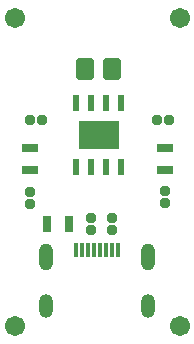
<source format=gts>
G04*
G04 #@! TF.GenerationSoftware,Altium Limited,Altium Designer,24.2.2 (26)*
G04*
G04 Layer_Color=8388736*
%FSLAX44Y44*%
%MOMM*%
G71*
G04*
G04 #@! TF.SameCoordinates,EEB9E67A-43F7-4525-8043-77EAD86446EF*
G04*
G04*
G04 #@! TF.FilePolarity,Negative*
G04*
G01*
G75*
%ADD17R,0.5588X1.4605*%
%ADD19R,0.3048X1.1430*%
G04:AMPARAMS|DCode=21|XSize=0.8032mm|YSize=0.9032mm|CornerRadius=0.1766mm|HoleSize=0mm|Usage=FLASHONLY|Rotation=90.000|XOffset=0mm|YOffset=0mm|HoleType=Round|Shape=RoundedRectangle|*
%AMROUNDEDRECTD21*
21,1,0.8032,0.5500,0,0,90.0*
21,1,0.4500,0.9032,0,0,90.0*
1,1,0.3532,0.2750,0.2250*
1,1,0.3532,0.2750,-0.2250*
1,1,0.3532,-0.2750,-0.2250*
1,1,0.3532,-0.2750,0.2250*
%
%ADD21ROUNDEDRECTD21*%
G04:AMPARAMS|DCode=22|XSize=0.8032mm|YSize=0.9032mm|CornerRadius=0.1766mm|HoleSize=0mm|Usage=FLASHONLY|Rotation=0.000|XOffset=0mm|YOffset=0mm|HoleType=Round|Shape=RoundedRectangle|*
%AMROUNDEDRECTD22*
21,1,0.8032,0.5500,0,0,0.0*
21,1,0.4500,0.9032,0,0,0.0*
1,1,0.3532,0.2250,-0.2750*
1,1,0.3532,-0.2250,-0.2750*
1,1,0.3532,-0.2250,0.2750*
1,1,0.3532,0.2250,0.2750*
%
%ADD22ROUNDEDRECTD22*%
%ADD23R,1.4000X0.8000*%
%ADD24R,3.3528X2.3622*%
G04:AMPARAMS|DCode=25|XSize=1.52mm|YSize=1.82mm|CornerRadius=0.235mm|HoleSize=0mm|Usage=FLASHONLY|Rotation=180.000|XOffset=0mm|YOffset=0mm|HoleType=Round|Shape=RoundedRectangle|*
%AMROUNDEDRECTD25*
21,1,1.5200,1.3500,0,0,180.0*
21,1,1.0500,1.8200,0,0,180.0*
1,1,0.4700,-0.5250,0.6750*
1,1,0.4700,0.5250,0.6750*
1,1,0.4700,0.5250,-0.6750*
1,1,0.4700,-0.5250,-0.6750*
%
%ADD25ROUNDEDRECTD25*%
%ADD26R,0.8000X1.4000*%
%ADD27O,1.1938X2.3114*%
%ADD28O,1.1938X2.0066*%
%ADD29C,1.7032*%
D17*
X64770Y207582D02*
D03*
X77470D02*
D03*
X90170D02*
D03*
X102870D02*
D03*
Y153098D02*
D03*
X90170D02*
D03*
X77470D02*
D03*
X64770D02*
D03*
D19*
X64950Y83118D02*
D03*
X69950D02*
D03*
X74950D02*
D03*
X79950D02*
D03*
X84950D02*
D03*
X89950D02*
D03*
X94950D02*
D03*
X99950D02*
D03*
D21*
X25400Y121920D02*
D03*
Y131920D02*
D03*
X95250Y110410D02*
D03*
Y100410D02*
D03*
X139700Y123270D02*
D03*
Y133270D02*
D03*
X77470Y100410D02*
D03*
Y110410D02*
D03*
D22*
X25480Y193040D02*
D03*
X35480D02*
D03*
X143510D02*
D03*
X133510D02*
D03*
D23*
X25400Y150520D02*
D03*
Y169520D02*
D03*
X139700Y150520D02*
D03*
Y169520D02*
D03*
D24*
X83820Y180340D02*
D03*
D25*
X72390Y236220D02*
D03*
X95250D02*
D03*
D26*
X59030Y105410D02*
D03*
X40030D02*
D03*
D27*
X39250Y77368D02*
D03*
X125650D02*
D03*
D28*
Y35568D02*
D03*
X39250D02*
D03*
D29*
X12700Y19050D02*
D03*
Y279400D02*
D03*
X152400D02*
D03*
Y19050D02*
D03*
M02*

</source>
